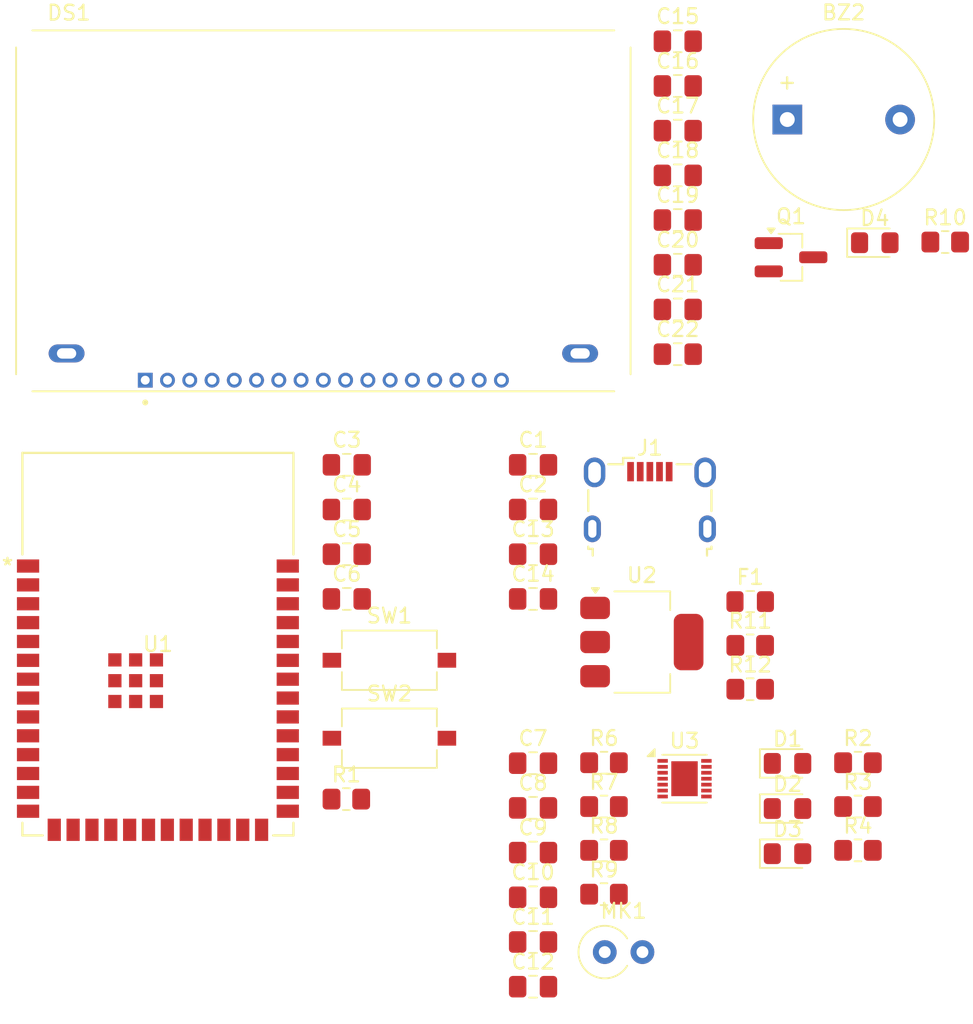
<source format=kicad_pcb>
(kicad_pcb (version 20241229) (generator "pcbnew") (generator_version "9.0")
  (layers (0 "F.Cu" signal) (2 "B.Cu" signal) (13 "F.Paste" user) (15 "B.Paste" user) (5 "F.SilkS" user "F.Silkscreen") (7 "B.SilkS" user "B.Silkscreen") (1 "F.Mask" user) (3 "B.Mask" user) (25 "Edge.Cuts" user))
  (net 0 "")
  (net 1 "+5V")
  (net 2 "Net-(BZ2--)")
  (net 3 "GND")
  (net 4 "/Audio Input Circuit/Vin")
  (net 5 "Net-(U1-EN)")
  (net 6 "Net-(U1-GPIO1{slash}TOUCH1{slash}ADC1_CH0)")
  (net 7 "+3.3V")
  (net 8 "Net-(U3-BIAS)")
  (net 9 "Net-(U3-MICIN)")
  (net 10 "Net-(MK1-+)")
  (net 11 "Net-(U3-CT)")
  (net 12 "Net-(U3-CG)")
  (net 13 "AUDIO")
  (net 14 "Net-(U3-MICOUT)")
  (net 15 "Net-(J1-D-)")
  (net 16 "Net-(J1-D+)")
  (net 17 "Net-(DS1-V0)")
  (net 18 "Net-(DS1-V1)")
  (net 19 "Net-(DS1-V2)")
  (net 20 "Net-(DS1-V3)")
  (net 21 "Net-(DS1-V4)")
  (net 22 "Net-(DS1-VOUT)")
  (net 23 "Net-(DS1-C1-)")
  (net 24 "Net-(DS1-C1+)")
  (net 25 "Net-(DS1-C2-)")
  (net 26 "Net-(DS1-C2+)")
  (net 27 "Net-(D1-A)")
  (net 28 "Net-(D2-A)")
  (net 29 "Net-(D3-A)")
  (net 30 "/Display Circuit/A0")
  (net 31 "/Display Circuit/SCL")
  (net 32 "/Display Circuit/SI")
  (net 33 "/Display Circuit/CS1")
  (net 34 "Net-(J1-VBUS)")
  (net 36 "Net-(Q1-B)")
  (net 37 "/LED Circuit/LED_RED")
  (net 38 "/LED Circuit/LED_YELLOW")
  (net 39 "/LED Circuit/LED_GREEN")
  (net 40 "Net-(U3-MICBIAS)")
  (net 41 "Net-(U3-TH)")
  (net 42 "/Buzzer Circuit/CTRL")
  (net 43 "D-")
  (net 44 "D+")
  (footprint "Connector_USB:USB_Micro-B_Wuerth_629105150521" (layer "F.Cu") (at 181.885 93.555)
    (property "Reference" "J1" (at 0 -3.5 0) (layer "F.SilkS"))
    (property "Value" "USB_B_Micro")
    (fp_line (start -4.15 -0.65) (end -4.15 0.75) (stroke (width 0.15)) (layer "F.SilkS"))
    (fp_line (start -4.15 3.15) (end -4.15 3.3) (stroke (width 0.15)) (layer "F.SilkS"))
    (fp_line (start -4.15 3.3) (end -3.85 3.3) (stroke (width 0.15)) (layer "F.SilkS"))
    (fp_line (start -3.85 3.3) (end -3.85 3.75) (stroke (width 0.15)) (layer "F.SilkS"))
    (fp_line (start -1.8 -2.825) (end -1.8 -2.4) (stroke (width 0.15)) (layer "F.SilkS"))
    (fp_line (start -1.8 -2.4) (end -2.8 -2.4) (stroke (width 0.15)) (layer "F.SilkS"))
    (fp_line (start -1.075 -2.825) (end -1.8 -2.825) (stroke (width 0.15)) (layer "F.SilkS"))
    (fp_line (start 1.8 -2.4) (end 2.8 -2.4) (stroke (width 0.15)) (layer "F.SilkS"))
    (fp_line (start 3.85 3.3) (end 4.15 3.3) (stroke (width 0.15)) (layer "F.SilkS"))
    (fp_line (start 3.85 3.75) (end 3.85 3.3) (stroke (width 0.15)) (layer "F.SilkS"))
    (fp_line (start 4.15 0.75) (end 4.15 -0.65) (stroke (width 0.15)) (layer "F.SilkS"))
    (fp_line (start 4.15 3.3) (end 4.15 3.15) (stroke (width 0.15)) (layer "F.SilkS"))
    (pad "" np_thru_hole oval (at -2.5 -0.8) (size 0.8 0.8) (drill 0.8) (layers "*.Cu" "*.Mask"))
    (pad "" np_thru_hole oval (at 2.5 -0.8) (size 0.8 0.8) (drill 0.8) (layers "*.Cu" "*.Mask"))
    (pad "1" smd rect (at -1.3 -1.9) (size 0.45 1.3) (layers "F.Cu" "F.Mask" "F.Paste") (net 34 "Net-(J1-VBUS)"))
    (pad "2" smd rect (at -0.65 -1.9) (size 0.45 1.3) (layers "F.Cu" "F.Mask" "F.Paste") (net 15 "Net-(J1-D-)"))
    (pad "3" smd rect (at 0 -1.9) (size 0.45 1.3) (layers "F.Cu" "F.Mask" "F.Paste") (net 16 "Net-(J1-D+)"))
    (pad "4" smd rect (at 0.65 -1.9) (size 0.45 1.3) (layers "F.Cu" "F.Mask" "F.Paste"))
    (pad "5" smd rect (at 1.3 -1.9) (size 0.45 1.3) (layers "F.Cu" "F.Mask" "F.Paste") (net 3 "GND"))
    (pad "6" thru_hole oval (at -3.875 1.95) (size 1.15 1.8) (drill oval 0.55 1.2) (property pad_prop_heatsink) (layers "*.Cu" "*.Mask") (net 3 "GND"))
    (pad "6" thru_hole oval (at -3.725 -1.85) (size 1.45 2) (drill oval 0.85 1.4) (property pad_prop_heatsink) (layers "*.Cu" "*.Mask") (net 3 "GND"))
    (pad "6" thru_hole oval (at 3.725 -1.85) (size 1.45 2) (drill oval 0.85 1.4) (property pad_prop_heatsink) (layers "*.Cu" "*.Mask") (net 3 "GND"))
    (pad "6" thru_hole oval (at 3.875 1.95) (size 1.15 1.8) (drill oval 0.55 1.2) (property pad_prop_heatsink) (layers "*.Cu" "*.Mask") (net 3 "GND"))
  )
  (footprint "Capacitor_SMD:C_0805_2012Metric_Pad1.18x1.45mm_HandSolder" (layer "F.Cu") (at 161.465 91.195)
    (property "Reference" "C3" (at 0 -1.68 0) (layer "F.SilkS"))
    (property "Value" ".1uF")
    (fp_line (start -0.261252 -0.735) (end 0.261252 -0.735) (stroke (width 0.12)) (layer "F.SilkS"))
    (fp_line (start -0.261252 0.735) (end 0.261252 0.735) (stroke (width 0.12)) (layer "F.SilkS"))
    (pad "1" smd roundrect (at -1.0375 0) (size 1.175 1.45) (layers "F.Cu" "F.Mask" "F.Paste") (roundrect_rratio 0.212766) (net 3 "GND"))
    (pad "2" smd roundrect (at 1.0375 0) (size 1.175 1.45) (layers "F.Cu" "F.Mask" "F.Paste") (roundrect_rratio 0.212766) (net 5 "Net-(U1-EN)"))
  )
  (footprint "Resistor_SMD:R_0805_2012Metric_Pad1.20x1.40mm_HandSolder" (layer "F.Cu") (at 195.905 117.155)
    (property "Reference" "R4" (at 0 -1.65 0) (layer "F.SilkS"))
    (property "Value" "330")
    (fp_line (start -0.227064 -0.735) (end 0.227064 -0.735) (stroke (width 0.12)) (layer "F.SilkS"))
    (fp_line (start -0.227064 0.735) (end 0.227064 0.735) (stroke (width 0.12)) (layer "F.SilkS"))
    (pad "1" smd roundrect (at -1 0) (size 1.2 1.4) (layers "F.Cu" "F.Mask" "F.Paste") (roundrect_rratio 0.208333) (net 39 "/LED Circuit/LED_GREEN"))
    (pad "2" smd roundrect (at 1 0) (size 1.2 1.4) (layers "F.Cu" "F.Mask" "F.Paste") (roundrect_rratio 0.208333) (net 29 "Net-(D3-A)"))
  )
  (footprint "Resistor_SMD:R_0805_2012Metric_Pad1.20x1.40mm_HandSolder" (layer "F.Cu") (at 188.645 103.355)
    (property "Reference" "R11" (at 0 -1.65 0) (layer "F.SilkS"))
    (property "Value" "33")
    (fp_line (start -0.227064 -0.735) (end 0.227064 -0.735) (stroke (width 0.12)) (layer "F.SilkS"))
    (fp_line (start -0.227064 0.735) (end 0.227064 0.735) (stroke (width 0.12)) (layer "F.SilkS"))
    (pad "1" smd roundrect (at -1 0) (size 1.2 1.4) (layers "F.Cu" "F.Mask" "F.Paste") (roundrect_rratio 0.208333) (net 15 "Net-(J1-D-)"))
    (pad "2" smd roundrect (at 1 0) (size 1.2 1.4) (layers "F.Cu" "F.Mask" "F.Paste") (roundrect_rratio 0.208333) (net 43 "D-"))
  )
  (footprint "Button_Switch_SMD:SW_Tactile_SPST_NO_Straight_CK_PTS636Sx25SMTRLFS" (layer "F.Cu") (at 164.335 104.355)
    (property "Reference" "SW1" (at 0 -3 0) (layer "F.SilkS"))
    (property "Value" "Reset")
    (fp_line (start -3.2 -2) (end -3.2 -0.8) (stroke (width 0.12)) (layer "F.SilkS"))
    (fp_line (start -3.2 0.8) (end -3.2 2) (stroke (width 0.12)) (layer "F.SilkS"))
    (fp_line (start -3.2 2) (end 3.2 2) (stroke (width 0.12)) (layer "F.SilkS"))
    (fp_line (start 3.2 -2) (end -3.2 -2) (stroke (width 0.12)) (layer "F.SilkS"))
    (fp_line (start 3.2 -0.8) (end 3.2 -2) (stroke (width 0.12)) (layer "F.SilkS"))
    (fp_line (start 3.2 2) (end 3.2 0.8) (stroke (width 0.12)) (layer "F.SilkS"))
    (pad "1" smd rect (at -3.875 0) (size 1.25 1) (layers "F.Cu" "F.Mask" "F.Paste") (net 3 "GND"))
    (pad "2" smd rect (at 3.875 0) (size 1.25 1) (layers "F.Cu" "F.Mask" "F.Paste") (net 5 "Net-(U1-EN)"))
  )
  (footprint "Capacitor_SMD:C_0805_2012Metric_Pad1.18x1.45mm_HandSolder" (layer "F.Cu") (at 161.465 100.225)
    (property "Reference" "C6" (at 0 -1.68 0) (layer "F.SilkS"))
    (property "Value" ".1uF")
    (fp_line (start -0.261252 -0.735) (end 0.261252 -0.735) (stroke (width 0.12)) (layer "F.SilkS"))
    (fp_line (start -0.261252 0.735) (end 0.261252 0.735) (stroke (width 0.12)) (layer "F.SilkS"))
    (pad "1" smd roundrect (at -1.0375 0) (size 1.175 1.45) (layers "F.Cu" "F.Mask" "F.Paste") (roundrect_rratio 0.212766) (net 3 "GND"))
    (pad "2" smd roundrect (at 1.0375 0) (size 1.175 1.45) (layers "F.Cu" "F.Mask" "F.Paste") (roundrect_rratio 0.212766) (net 7 "+3.3V"))
  )
  (footprint "Capacitor_SMD:C_0805_2012Metric_Pad1.18x1.45mm_HandSolder" (layer "F.Cu") (at 174.015 126.335)
    (property "Reference" "C12" (at 0 -1.68 0) (layer "F.SilkS"))
    (property "Value" "10uF")
    (fp_line (start -0.261252 -0.735) (end 0.261252 -0.735) (stroke (width 0.12)) (layer "F.SilkS"))
    (fp_line (start -0.261252 0.735) (end 0.261252 0.735) (stroke (width 0.12)) (layer "F.SilkS"))
    (pad "1" smd roundrect (at -1.0375 0) (size 1.175 1.45) (layers "F.Cu" "F.Mask" "F.Paste") (roundrect_rratio 0.212766) (net 14 "Net-(U3-MICOUT)"))
    (pad "2" smd roundrect (at 1.0375 0) (size 1.175 1.45) (layers "F.Cu" "F.Mask" "F.Paste") (roundrect_rratio 0.212766) (net 13 "AUDIO"))
  )
  (footprint "Capacitor_SMD:C_0805_2012Metric_Pad1.18x1.45mm_HandSolder" (layer "F.Cu") (at 183.765 83.745)
    (property "Reference" "C22" (at 0 -1.68 0) (layer "F.SilkS"))
    (property "Value" "2.2uF")
    (fp_line (start -0.261252 -0.735) (end 0.261252 -0.735) (stroke (width 0.12)) (layer "F.SilkS"))
    (fp_line (start -0.261252 0.735) (end 0.261252 0.735) (stroke (width 0.12)) (layer "F.SilkS"))
    (pad "1" smd roundrect (at -1.0375 0) (size 1.175 1.45) (layers "F.Cu" "F.Mask" "F.Paste") (roundrect_rratio 0.212766) (net 26 "Net-(DS1-C2+)"))
    (pad "2" smd roundrect (at 1.0375 0) (size 1.175 1.45) (layers "F.Cu" "F.Mask" "F.Paste") (roundrect_rratio 0.212766) (net 25 "Net-(DS1-C2-)"))
  )
  (footprint "Package_TO_SOT_SMD:SOT-223-3_TabPin2" (layer "F.Cu") (at 181.345 103.13)
    (property "Reference" "U2" (at 0 -4.5 0) (layer "F.SilkS"))
    (property "Value" "AMS1117-3.3")
    (fp_line (start -1.85 -3.41) (end 1.91 -3.41) (stroke (width 0.12)) (layer "F.SilkS"))
    (fp_line (start -1.85 3.41) (end 1.91 3.41) (stroke (width 0.12)) (layer "F.SilkS"))
    (fp_line (start 1.91 -3.41) (end 1.91 -2.15) (stroke (width 0.12)) (layer "F.SilkS"))
    (fp_line (start 1.91 3.41) (end 1.91 2.15) (stroke (width 0.12)) (layer "F.SilkS"))
    (fp_poly (pts (xy -3.13 -3.31) (xy -3.37 -3.64) (xy -2.89 -3.64) (xy -3.13 -3.31)) (stroke (width 0.12)) (fill yes) (layer "F.SilkS"))
    (pad "1" smd roundrect (at -3.15 -2.3) (size 2 1.5) (layers "F.Cu" "F.Mask" "F.Paste") (net 3 "GND"))
    (pad "2" smd roundrect (at -3.15 0) (size 2 1.5) (layers "F.Cu" "F.Mask" "F.Paste") (net 4 "/Audio Input Circuit/Vin"))
    (pad "2" smd roundrect (at 3.15 0) (size 2 3.8) (layers "F.Cu" "F.Mask" "F.Paste") (net 4 "/Audio Input Circuit/Vin"))
    (pad "3" smd roundrect (at -3.15 2.3) (size 2 1.5) (layers "F.Cu" "F.Mask" "F.Paste") (net 1 "+5V"))
  )
  (footprint "Resistor_SMD:R_0805_2012Metric_Pad1.20x1.40mm_HandSolder" (layer "F.Cu") (at 201.785 76.195)
    (property "Reference" "R10" (at 0 -1.65 0) (layer "F.SilkS"))
    (property "Value" "1k")
    (fp_line (start -0.227064 -0.735) (end 0.227064 -0.735) (stroke (width 0.12)) (layer "F.SilkS"))
    (fp_line (start -0.227064 0.735) (end 0.227064 0.735) (stroke (width 0.12)) (layer "F.SilkS"))
    (pad "1" smd roundrect (at -1 0) (size 1.2 1.4) (layers "F.Cu" "F.Mask" "F.Paste") (roundrect_rratio 0.208333) (net 42 "/Buzzer Circuit/CTRL"))
    (pad "2" smd roundrect (at 1 0) (size 1.2 1.4) (layers "F.Cu" "F.Mask" "F.Paste") (roundrect_rratio 0.208333) (net 36 "Net-(Q1-B)"))
  )
  (footprint "Library:MOD41_ESP32-S2-SOLO_EXP" (layer "F.Cu") (at 148.7395 103.271)
    (property "Reference" "U1" (at 0 0 0) (layer "F.SilkS"))
    (property "Value" "ESP32-S2-SOLO")
    (fp_line (start -9.1313 -12.8778) (end 9.1313 -12.8778) (stroke (width 0.1524)) (layer "F.SilkS"))
    (fp_line (start -9.1313 -6.03724) (end -9.1313 -12.8778) (stroke (width 0.1524)) (layer "F.SilkS"))
    (fp_line (start -9.1313 12.8778) (end -9.1313 12.02724) (stroke (width 0.1524)) (layer "F.SilkS"))
    (fp_line (start -7.76224 12.8778) (end -9.1313 12.8778) (stroke (width 0.1524)) (layer "F.SilkS"))
    (fp_line (start 9.1313 -12.8778) (end 9.1313 -6.03724) (stroke (width 0.1524)) (layer "F.SilkS"))
    (fp_line (start 9.1313 12.02724) (end 9.1313 12.8778) (stroke (width 0.1524)) (layer "F.SilkS"))
    (fp_line (start 9.1313 12.8778) (end 7.76224 12.8778) (stroke (width 0.1524)) (layer "F.SilkS"))
    (fp_text user "*" (at -10.1343 -5.26 0) (layer "F.SilkS"))
    (fp_text user "*" (at -10.1343 -5.26 0) (layer "F.SilkS"))
    (pad "1" smd rect (at -8.75 -5.26) (size 1.4986 0.889) (layers "F.Cu" "F.Mask" "F.Paste") (net 3 "GND"))
    (pad "2" smd rect (at -8.75 -3.99) (size 1.4986 0.889) (layers "F.Cu" "F.Mask" "F.Paste") (net 7 "+3.3V"))
    (pad "3" smd rect (at -8.75 -2.72) (size 1.4986 0.889) (layers "F.Cu" "F.Mask" "F.Paste") (net 5 "Net-(U1-EN)"))
    (pad "4" smd rect (at -8.75 -1.45) (size 1.4986 0.889) (layers "F.Cu" "F.Mask" "F.Paste") (net 39 "/LED Circuit/LED_GREEN"))
    (pad "5" smd rect (at -8.75 -0.18) (size 1.4986 0.889) (layers "F.Cu" "F.Mask" "F.Paste") (net 13 "AUDIO"))
    (pad "6" smd rect (at -8.75 1.09) (size 1.4986 0.889) (layers "F.Cu" "F.Mask" "F.Paste"))
    (pad "7" smd rect (at -8.75 2.36) (size 1.4986 0.889) (layers "F.Cu" "F.Mask" "F.Paste"))
    (pad "8" smd rect (at -8.75 3.63) (size 1.4986 0.889) (layers "F.Cu" "F.Mask" "F.Paste"))
    (pad "9" smd rect (at -8.75 4.9) (size 1.4986 0.889) (layers "F.Cu" "F.Mask" "F.Paste"))
    (pad "10" smd rect (at -8.75 6.17) (size 1.4986 0.889) (layers "F.Cu" "F.Mask" "F.Paste"))
    (pad "11" smd rect (at -8.75 7.44) (size 1.4986 0.889) (layers "F.Cu" "F.Mask" "F.Paste"))
    (pad "12" smd rect (at -8.75 8.71) (size 1.4986 0.889) (layers "F.Cu" "F.Mask" "F.Paste"))
    (pad "13" smd rect (at -8.75 9.98) (size 1.4986 0.889) (layers "F.Cu" "F.Mask" "F.Paste") (net 43 "D-"))
    (pad "14" smd rect (at -8.75 11.25) (size 1.4986 0.889) (layers "F.Cu" "F.Mask" "F.Paste") (net 44 "D+"))
    (pad "15" smd rect (at -6.985 12.5 90) (size 1.4986 0.889) (layers "F.Cu" "F.Mask" "F.Paste") (net 38 "/LED Circuit/LED_YELLOW"))
    (pad "16" smd rect (at -5.715 12.5 90) (size 1.4986 0.889) (layers "F.Cu" "F.Mask" "F.Paste"))
    (pad "17" smd rect (at -4.445 12.5 90) (size 1.4986 0.889) (layers "F.Cu" "F.Mask" "F.Paste"))
    (pad "18" smd rect (at -3.175 12.5 90) (size 1.4986 0.889) (layers "F.Cu" "F.Mask" "F.Paste"))
    (pad "19" smd rect (at -1.905 12.5 90) (size 1.4986 0.889) (layers "F.Cu" "F.Mask" "F.Paste"))
    (pad "20" smd rect (at -0.635 12.5 90) (size 1.4986 0.889) (layers "F.Cu" "F.Mask" "F.Paste"))
    (pad "21" smd rect (at 0.635 12.5 90) (size 1.4986 0.889) (layers "F.Cu" "F.Mask" "F.Paste") (net 42 "/Buzzer Circuit/CTRL"))
    (pad "22" smd rect (at 1.905 12.5 90) (size 1.4986 0.889) (layers "F.Cu" "F.Mask" "F.Paste"))
    (pad "23" smd rect (at 3.175 12.5 90) (size 1.4986 0.889) (layers "F.Cu" "F.Mask" "F.Paste"))
    (pad "24" smd rect (at 4.445 12.5 90) (size 1.4986 0.889) (layers "F.Cu" "F.Mask" "F.Paste") (net 30 "/Display Circuit/A0"))
    (pad "25" smd rect (at 5.715 12.5 90) (size 1.4986 0.889) (layers "F.Cu" "F.Mask" "F.Paste") (net 31 "/Display Circuit/SCL"))
    (pad "26" smd rect (at 6.985 12.5 90) (size 1.4986 0.889) (layers "F.Cu" "F.Mask" "F.Paste"))
    (pad "27" smd rect (at 8.75 11.25) (size 1.4986 0.889) (layers "F.Cu" "F.Mask" "F.Paste"))
    (pad "28" smd rect (at 8.75 9.98) (size 1.4986 0.889) (layers "F.Cu" "F.Mask" "F.Paste") (net 33 "/Display Circuit/CS1"))
    (pad "29" smd rect (at 8.75 8.71) (size 1.4986 0.889) (layers "F.Cu" "F.Mask" "F.Paste") (net 32 "/Display Circuit/SI"))
    (pad "30" smd rect (at 8.75 7.44) (size 1.4986 0.889) (layers "F.Cu" "F.Mask" "F.Paste"))
    (pad "31" smd rect (at 8.75 6.17) (size 1.4986 0.889) (layers "F.Cu" "F.Mask" "F.Paste"))
    (pad "32" smd rect (at 8.75 4.9) (size 1.4986 0.889) (layers "F.Cu" "F.Mask" "F.Paste"))
    (pad "33" smd rect (at 8.75 3.63) (size 1.4986 0.889) (layers "F.Cu" "F.Mask" "F.Paste"))
    (pad "34" smd rect (at 8.75 2.36) (size 1.4986 0.889) (layers "F.Cu" "F.Mask" "F.Paste"))
    (pad "35" smd rect (at 8.75 1.09) (size 1.4986 0.889) (layers "F.Cu" "F.Mask" "F.Paste"))
    (pad "36" smd rect (at 8.75 -0.18) (size 1.4986 0.889) (layers "F.Cu" "F.Mask" "F.Paste"))
    (pad "37" smd rect (at 8.75 -1.45) (size 1.4986 0.889) (layers "F.Cu" "F.Mask" "F.Paste"))
    (pad "38" smd rect (at 8.75 -2.72) (size 1.4986 0.889) (layers "F.Cu" "F.Mask" "F.Paste") (net 37 "/LED Circuit/LED_RED"))
    (pad "39" smd rect (at 8.75 -3.99) (size 1.4986 0.889) (layers "F.Cu" "F.Mask" "F.Paste") (net 6 "Net-(U1-GPIO1{slash}TOUCH1{slash}ADC1_CH0)"))
    (pad "40" smd rect (at 8.75 -5.26) (size 1.4986 0.889) (layers "F.Cu" "F.Mask" "F.Paste") (net 3 "GND"))
    (pad "41" smd rect (at -1.5 2.46) (size 0.889 0.889) (layers "F.Cu" "F.Mask" "F.Paste") (net 3 "GND"))
    (pad "42" smd rect (at -2.9 1.06) (size 0.889 0.889) (layers "F.Cu" "F.Mask" "F.Paste"))
    (pad "43" smd rect (at -2.9 2.46) (size 0.889 0.889) (layers "F.Cu" "F.Mask" "F.Paste"))
    (pad "44" smd rect (at -2.9 3.86) (size 0.889 0.889) (layers "F.Cu" "F.Mask" "F.Paste"))
    (pad "45" smd rect (at -1.5 3.86) (size 0.889 0.889) (layers "F.Cu" "F.Mask" "F.Paste"))
    (pad "46" smd rect (at -0.1 3.86) (size 0.889 0.889) (layers "F.Cu" "F.Mask" "F.Paste"))
    (pad "47" smd rect (at -0.1 2.46) (size 0.889 0.889) (layers "F.Cu" "F.Mask" "F.Paste"))
    (pad "48" smd rect (at -0.1 1.06) (size 0.889 0.889) (layers "F.Cu" "F.Mask" "F.Paste"))
    (pad "49" smd rect (at -1.5 1.06) (size 0.889 0.889) (layers "F.Cu" "F.Mask" "F.Paste"))
  )
  (footprint "Capacitor_SMD:C_0805_2012Metric_Pad1.18x1.45mm_HandSolder" (layer "F.Cu") (at 183.765 62.675)
    (property "Reference" "C15" (at 0 -1.68 0) (layer "F.SilkS"))
    (property "Value" "1uF")
    (fp_line (start -0.261252 -0.735) (end 0.261252 -0.735) (stroke (width 0.12)) (layer "F.SilkS"))
    (fp_line (start -0.261252 0.735) (end 0.261252 0.735) (stroke (width 0.12)) (layer "F.SilkS"))
    (pad "1" smd roundrect (at -1.0375 0) (size 1.175 1.45) (layers "F.Cu" "F.Mask" "F.Paste") (roundrect_rratio 0.212766) (net 17 "Net-(DS1-V0)"))
    (pad "2" smd roundrect (at 1.0375 0) (size 1.175 1.45) (layers "F.Cu" "F.Mask" "F.Paste") (roundrect_rratio 0.212766) (net 3 "GND"))
  )
  (footprint "Inductor_THT:L_Axial_L7.0mm_D3.3mm_P2.54mm_Vertical_Fastron_MICC" (layer "F.Cu") (at 178.845 124.005)
    (property "Reference" "MK1" (at 1.27 -2.77 0) (layer "F.SilkS"))
    (property "Value" "Microphone")
    (fp_arc (start 1.512118 0.92) (mid -1.77 0) (end 1.512118 -0.92) (stroke (width 0.12)) (layer "F.SilkS"))
    (pad "1" thru_hole circle (at 0 0) (size 1.6 1.6) (drill 0.8) (layers "*.Cu" "*.Mask") (net 3 "GND"))
    (pad "2" thru_hole oval (at 2.54 0) (size 1.6 1.6) (drill 0.8) (layers "*.Cu" "*.Mask") (net 10 "Net-(MK1-+)"))
  )
  (footprint "Capacitor_SMD:C_0805_2012Metric_Pad1.18x1.45mm_HandSolder" (layer "F.Cu") (at 174.015 120.315)
    (property "Reference" "C10" (at 0 -1.68 0) (layer "F.SilkS"))
    (property "Value" "470nF")
    (fp_line (start -0.261252 -0.735) (end 0.261252 -0.735) (stroke (width 0.12)) (layer "F.SilkS"))
    (fp_line (start -0.261252 0.735) (end 0.261252 0.735) (stroke (width 0.12)) (layer "F.SilkS"))
    (pad "1" smd roundrect (at -1.0375 0) (size 1.175 1.45) (layers "F.Cu" "F.Mask" "F.Paste") (roundrect_rratio 0.212766) (net 11 "Net-(U3-CT)"))
    (pad "2" smd roundrect (at 1.0375 0) (size 1.175 1.45) (layers "F.Cu" "F.Mask" "F.Paste") (roundrect_rratio 0.212766) (net 3 "GND"))
  )
  (footprint "Diode_SMD:D_0805_2012Metric_Pad1.15x1.40mm_HandSolder" (layer "F.Cu") (at 197.04 76.24)
    (property "Reference" "D4" (at 0 -1.65 0) (layer "F.SilkS"))
    (property "Value" "D")
    (fp_line (start -1.86 -0.96) (end -1.86 0.96) (stroke (width 0.12)) (layer "F.SilkS"))
    (fp_line (start -1.86 0.96) (end 1 0.96) (stroke (width 0.12)) (layer "F.SilkS"))
    (fp_line (start 1 -0.96) (end -1.86 -0.96) (stroke (width 0.12)) (layer "F.SilkS"))
    (pad "1" smd roundrect (at -1.025 0) (size 1.15 1.4) (layers "F.Cu" "F.Mask" "F.Paste") (roundrect_rratio 0.217391) (net 1 "+5V"))
    (pad "2" smd roundrect (at 1.025 0) (size 1.15 1.4) (layers "F.Cu" "F.Mask" "F.Paste") (roundrect_rratio 0.217391) (net 2 "Net-(BZ2--)"))
  )
  (footprint "Resistor_SMD:R_0805_2012Metric_Pad1.20x1.40mm_HandSolder" (layer "F.Cu") (at 195.905 114.205)
    (property "Reference" "R3" (at 0 -1.65 0) (layer "F.SilkS"))
    (property "Value" "330")
    (fp_line (start -0.227064 -0.735) (end 0.227064 -0.735) (stroke (width 0.12)) (layer "F.SilkS"))
    (fp_line (start -0.227064 0.735) (end 0.227064 0.735) (stroke (width 0.12)) (layer "F.SilkS"))
    (pad "1" smd roundrect (at -1 0) (size 1.2 1.4) (layers "F.Cu" "F.Mask" "F.Paste") (roundrect_rratio 0.208333) (net 38 "/LED Circuit/LED_YELLOW"))
    (pad "2" smd roundrect (at 1 0) (size 1.2 1.4) (layers "F.Cu" "F.Mask" "F.Paste") (roundrect_rratio 0.208333) (net 28 "Net-(D2-A)"))
  )
  (footprint "Resistor_SMD:R_0805_2012Metric_Pad1.20x1.40mm_HandSolder" (layer "F.Cu") (at 188.645 106.305)
    (property "Reference" "R12" (at 0 -1.65 0) (layer "F.SilkS"))
    (property "Value" "33")
    (fp_line (start -0.227064 -0.735) (end 0.227064 -0.735) (stroke (width 0.12)) (layer "F.SilkS"))
    (fp_line (start -0.227064 0.735) (end 0.227064 0.735) (stroke (width 0.12)) (layer "F.SilkS"))
    (pad "1" smd roundrect (at -1 0) (size 1.2 1.4) (layers "F.Cu" "F.Mask" "F.Paste") (roundrect_rratio 0.208333) (net 16 "Net-(J1-D+)"))
    (pad "2" smd roundrect (at 1 0) (size 1.2 1.4) (layers "F.Cu" "F.Mask" "F.Paste") (roundrect_rratio 0.208333) (net 44 "D+"))
  )
  (footprint "Capacitor_SMD:C_0805_2012Metric_Pad1.18x1.45mm_HandSolder" (layer "F.Cu") (at 183.765 68.695)
    (property "Reference" "C17" (at 0 -1.68 0) (layer "F.SilkS"))
    (property "Value" "1uF")
    (fp_line (start -0.261252 -0.735) (end 0.261252 -0.735) (stroke (width 0.12)) (layer "F.SilkS"))
    (fp_line (start -0.261252 0.735) (end 0.261252 0.735) (stroke (width 0.12)) (layer "F.SilkS"))
    (pad "1" smd roundrect (at -1.0375 0) (size 1.175 1.45) (layers "F.Cu" "F.Mask" "F.Paste") (roundrect_rratio 0.212766) (net 19 "Net-(DS1-V2)"))
    (pad "2" smd roundrect (at 1.0375 0) (size 1.175 1.45) (layers "F.Cu" "F.Mask" "F.Paste") (roundrect_rratio 0.212766) (net 3 "GND"))
  )
  (footprint "Capacitor_SMD:C_0805_2012Metric_Pad1.18x1.45mm_HandSolder" (layer "F.Cu") (at 174.015 114.295)
    (property "Reference" "C8" (at 0 -1.68 0) (layer "F.SilkS"))
    (property "Value" ".47uF")
    (fp_line (start -0.261252 -0.735) (end 0.261252 -0.735) (stroke (width 0.12)) (layer "F.SilkS"))
    (fp_line (start -0.261252 0.735) (end 0.261252 0.735) (stroke (width 0.12)) (layer "F.SilkS"))
    (pad "1" smd roundrect (at -1.0375 0) (size 1.175 1.45) (layers "F.Cu" "F.Mask" "F.Paste") (roundrect_rratio 0.212766) (net 3 "GND"))
    (pad "2" smd roundrect (at 1.0375 0) (size 1.175 1.45) (layers "F.Cu" "F.Mask" "F.Paste") (roundrect_rratio 0.212766) (net 8 "Net-(U3-BIAS)"))
  )
  (footprint "LED_SMD:LED_0805_2012Metric_Pad1.15x1.40mm_HandSolder" (layer "F.Cu") (at 191.16 114.34)
    (property "Reference" "D2" (at 0 -1.65 0) (layer "F.SilkS"))
    (property "Value" "LED")
    (fp_line (start -1.86 -0.96) (end -1.86 0.96) (stroke (width 0.12)) (layer "F.SilkS"))
    (fp_line (start -1.86 0.96) (end 1 0.96) (stroke (width 0.12)) (layer "F.SilkS"))
    (fp_line (start 1 -0.96) (end -1.86 -0.96) (stroke (width 0.12)) (layer "F.SilkS"))
    (pad "1" smd roundrect (at -1.025 0) (size 1.15 1.4) (layers "F.Cu" "F.Mask" "F.Paste") (roundrect_rratio 0.217391) (net 3 "GND"))
    (pad "2" smd roundrect (at 1.025 0) (size 1.15 1.4) (layers "F.Cu" "F.Mask" "F.Paste") (roundrect_rratio 0.217391) (net 28 "Net-(D2-A)"))
  )
  (footprint "Package_TO_SOT_SMD:SOT-23_Handsoldering" (layer "F.Cu") (at 191.395 77.22)
    (property "Reference" "Q1" (at 0 -2.75 0) (layer "F.SilkS"))
    (property "Value" "BC549CTA")
    (fp_line (start -0.04 -1.58) (end -0.84 -1.58) (stroke (width 0.12)) (layer "F.SilkS"))
    (fp_line (start -0.04 -1.58) (end 0.76 -1.58) (stroke (width 0.12)) (layer "F.SilkS"))
    (fp_line (start 0.76 -1.58) (end 0.76 -0.65) (stroke (width 0.12)) (layer "F.SilkS"))
    (fp_line (start 0.76 1.58) (end -0.7 1.58) (stroke (width 0.12)) (layer "F.SilkS"))
    (fp_line (start 0.76 1.58) (end 0.76 0.65) (stroke (width 0.12)) (layer "F.SilkS"))
    (fp_poly (pts (xy -1.34 -1.61) (xy -1.58 -1.94) (xy -1.1 -1.94) (xy -1.34 -1.61)) (stroke (width 0.12)) (fill yes) (layer "F.SilkS"))
    (pad "1" smd roundrect (at -1.5 -0.95) (size 1.9 0.8) (layers "F.Cu" "F.Mask" "F.Paste") (net 3 "GND"))
    (pad "2" smd roundrect (at -1.5 0.95) (size 1.9 0.8) (layers "F.Cu" "F.Mask" "F.Paste") (net 36 "Net-(Q1-B)"))
    (pad "3" smd roundrect (at 1.5 0) (size 1.9 0.8) (layers "F.Cu" "F.Mask" "F.Paste") (net 2 "Net-(BZ2--)"))
  )
  (footprint "Capacitor_SMD:C_0805_2012Metric_Pad1.18x1.45mm_HandSolder" (layer "F.Cu") (at 174.015 123.325)
    (property "Reference" "C11" (at 0 -1.68 0) (layer "F.SilkS"))
    (property "Value" "2.2uF")
    (fp_line (start -0.261252 -0.735) (end 0.261252 -0.735) (stroke (width 0.12)) (layer "F.SilkS"))
    (fp_line (start -0.261252 0.735) (end 0.261252 0.735) (stroke (width 0.12)) (layer "F.SilkS"))
    (pad "1" smd roundrect (at -1.0375 0) (size 1.175 1.45) (layers "F.Cu" "F.Mask" "F.Paste") (roundrect_rratio 0.212766) (net 3 "GND"))
    (pad "2" smd roundrect (at 1.0375 0) (size 1.175 1.45) (layers "F.Cu" "F.Mask" "F.Paste") (roundrect_rratio 0.212766) (net 12 "Net-(U3-CG)"))
  )
  (footprint "Resistor_SMD:R_0805_2012Metric_Pad1.20x1.40mm_HandSolder" (layer "F.Cu") (at 178.795 114.205)
    (property "Reference" "R7" (at 0 -1.65 0) (layer "F.SilkS"))
    (property "Value" "150k")
    (fp_line (start -0.227064 -0.735) (end 0.227064 -0.735) (stroke (width 0.12)) (layer "F.SilkS"))
    (fp_line (start -0.227064 0.735) (end 0.227064 0.735) (stroke (width 0.12)) (layer "F.SilkS"))
    (pad "1" smd roundrect (at -1 0) (size 1.2 1.4) (layers "F.Cu" "F.Mask" "F.Paste") (roundrect_rratio 0.208333) (net 40 "Net-(U3-MICBIAS)"))
    (pad "2" smd roundrect (at 1 0) (size 1.2 1.4) (layers "F.Cu" "F.Mask" "F.Paste") (roundrect_rratio 0.208333) (net 41 "Net-(U3-TH)"))
  )
  (footprint "Resistor_SMD:R_0805_2012Metric_Pad1.20x1.40mm_HandSolder" (layer "F.Cu") (at 161.435 113.705)
    (property "Reference" "R1" (at 0 -1.65 0) (layer "F.SilkS"))
    (property "Value" "10k")
    (fp_line (start -0.227064 -0.735) (end 0.227064 -0.735) (stroke (width 0.12)) (layer "F.SilkS"))
    (fp_line (start -0.227064 0.735) (end 0.227064 0.735) (stroke (width 0.12)) (layer "F.SilkS"))
    (pad "1" smd roundrect (at -1 0) (size 1.2 1.4) (layers "F.Cu" "F.Mask" "F.Paste") (roundrect_rratio 0.208333) (net 7 "+3.3V"))
    (pad "2" smd roundrect (at 1 0) (size 1.2 1.4) (layers "F.Cu" "F.Mask" "F.Paste") (roundrect_rratio 0.208333) (net 5 "Net-(U1-EN)"))
  )
  (footprint "Capacitor_SMD:C_0805_2012Metric_Pad1.18x1.45mm_HandSolder" (layer "F.Cu") (at 174.015 117.305)
    (property "Reference" "C9" (at 0 -1.68 0) (layer "F.SilkS"))
    (property "Value" ".1uF")
    (fp_line (start -0.261252 -0.735) (end 0.261252 -0.735) (stroke (width 0.12)) (layer "F.SilkS"))
    (fp_line (start -0.261252 0.735) (end 0.261252 0.735) (stroke (width 0.12)) (layer "F.SilkS"))
    (pad "1" smd roundrect (at -1.0375 0) (size 1.175 1.45) (layers "F.Cu" "F.Mask" "F.Paste") (roundrect_rratio 0.212766) (net 9 "Net-(U3-MICIN)"))
    (pad "2" smd roundrect (at 1.0375 0) (size 1.175 1.45) (layers "F.Cu" "F.Mask" "F.Paste") (roundrect_rratio 0.212766) (net 10 "Net-(MK1-+)"))
  )
  (footprint "Button_Switch_SMD:SW_Tactile_SPST_NO_Straight_CK_PTS636Sx25SMTRLFS" (layer "F.Cu") (at 164.335 109.605)
    (property "Reference" "SW2" (at 0 -3 0) (layer "F.SilkS"))
    (property "Value" "Boot")
    (fp_line (start -3.2 -2) (end -3.2 -0.8) (stroke (width 0.12)) (layer "F.SilkS"))
    (fp_line (start -3.2 0.8) (end -3.2 2) (stroke (width 0.12)) (layer "F.SilkS"))
    (fp_line (start -3.2 2) (end 3.2 2) (stroke (width 0.12)) (layer "F.SilkS"))
    (fp_line (start 3.2 -2) (end -3.2 -2) (stroke (width 0.12)) (layer "F.SilkS"))
    (fp_line (start 3.2 -0.8) (end 3.2 -2) (stroke (width 0.12)) (layer "F.SilkS"))
    (fp_line (start 3.2 2) (end 3.2 0.8) (stroke (width 0.12)) (layer "F.SilkS"))
    (pad "1" smd rect (at -3.875 0) (size 1.25 1) (layers "F.Cu" "F.Mask" "F.Paste") (net 6 "Net-(U1-GPIO1{slash}TOUCH1{slash}ADC1_CH0)"))
    (pad "2" smd rect (at 3.875 0) (size 1.25 1) (layers "F.Cu" "F.Mask" "F.Paste") (net 3 "GND"))
  )
  (footprint "Resistor_SMD:R_0805_2012Metric_Pad1.20x1.40mm_HandSolder" (layer "F.Cu") (at 178.795 117.155)
    (property "Reference" "R8" (at 0 -1.65 0) (layer "F.SilkS"))
    (property "Value" "100k")
    (fp_line (start -0.227064 -0.735) (end 0.227064 -0.735) (stroke (width 0.12)) (layer "F.SilkS"))
    (fp_line (start -0.227064 0.735) (end 0.227064 0.735) (stroke (width 0.12)) (layer "F.SilkS"))
    (pad "1" smd roundrect (at -1 0) (size 1.2 1.4) (layers "F.Cu" "F.Mask" "F.Paste") (roundrect_rratio 0.208333) (net 41 "Net-(U3-TH)"))
    (pad "2" smd roundrect (at 1 0) (size 1.2 1.4) (layers "F.Cu" "F.Mask" "F.Paste") (roundrect_rratio 0.208333) (net 3 "GND"))
  )
  (footprint "Package_DFN_QFN:DFN-14-1EP_3x3mm_P0.4mm_EP1.78x2.35mm" (layer "F.Cu") (at 184.22 112.33)
    (property "Reference" "U3" (at 0 -2.55 0) (layer "F.SilkS"))
    (property "Value" "MAX9814")
    (fp_line (start -1.5 -1.61) (end 1.5 -1.61) (stroke (width 0.12)) (layer "F.SilkS"))
    (fp_line (start -1.5 1.61) (end 1.5 1.61) (stroke (width 0.12)) (layer "F.SilkS"))
    (fp_poly (pts (xy -2.01 -1.51) (xy -2.49 -1.51) (xy -2.01 -1.99) (xy -2.01 -1.51)) (stroke (width 0.12)) (fill yes) (layer "F.SilkS"))
    (pad "1" smd rect (at -1.475 -1.2) (size 0.7 0.25) (layers "F.Cu" "F.Mask" "F.Paste") (net 11 "Net-(U3-CT)"))
    (pad "2" smd rect (at -1.475 -0.8) (size 0.7 0.25) (layers "F.Cu" "F.Mask" "F.Paste") (net 4 "/Audio Input Circuit/Vin"))
    (pad "3" smd rect (at -1.475 -0.4) (size 0.7 0.25) (layers "F.Cu" "F.Mask" "F.Paste") (net 12 "Net-(U3-CG)"))
    (pad "4" smd rect (at -1.475 0) (size 0.7 0.25) (layers "F.Cu" "F.Mask" "F.Paste") (net 3 "GND"))
    (pad "5" smd rect (at -1.475 0.4) (size 0.7 0.25) (layers "F.Cu" "F.Mask" "F.Paste") (net 4 "/Audio Input Circuit/Vin"))
    (pad "6" smd rect (at -1.475 0.8) (size 0.7 0.25) (layers "F.Cu" "F.Mask" "F.Paste") (net 14 "Net-(U3-MICOUT)"))
    (pad "7" smd rect (at -1.475 1.2) (size 0.7 0.25) (layers "F.Cu" "F.Mask" "F.Paste") (net 3 "GND"))
    (pad "8" smd rect (at 1.475 1.2) (size 0.7 0.25) (layers "F.Cu" "F.Mask" "F.Paste") (net 9 "Net-(U3-MICIN)"))
    (pad "9" smd rect (at 1.475 0.8) (size 0.7 0.25) (layers "F.Cu" "F.Mask" "F.Paste") (net 3 "GND"))
    (pad "10" smd rect (at 1.475 0.4) (size 0.7 0.25) (layers "F.Cu" "F.Mask" "F.Paste") (net 4 "/Audio Input Circuit/Vin"))
    (pad "11" smd rect (at 1.475 0) (size 0.7 0.25) (layers "F.Cu" "F.Mask" "F.Paste") (net 3 "GND"))
    (pad "12" smd rect (at 1.475 -0.4) (size 0.7 0.25) (layers "F.Cu" "F.Mask" "F.Paste") (net 8 "Net-(U3-BIAS)"))
    (pad "13" smd rect (at 1.475 -0.8) (size 0.7 0.25) (layers "F.Cu" "F.Mask" "F.Paste") (net 40 "Net-(U3-MICBIAS)"))
    (pad "14" smd rect (at 1.475 -1.2) (size 0.7 0.25) (layers "F.Cu" "F.Mask" "F.Paste") (net 41 "Net-(U3-TH)"))
    (pad "15" smd rect (at 0 0) (size 1.78 2.35) (layers "F.Cu" "F.Mask") (net 3 "GND"))
  )
  (footprint "Resistor_SMD:R_0805_2012Metric_Pad1.20x1.40mm_HandSolder" (layer "F.Cu") (at 195.905 111.255)
    (property "Reference" "R2" (at 0 -1.65 0) (layer "F.SilkS"))
    (property "Value" "330")
    (fp_line (start -0.227064 -0.735) (end 0.227064 -0.735) (stroke (width 0.12)) (layer "F.SilkS"))
    (fp_line (start -0.227064 0.735) (end 0.227064 0.735) (stroke (width 0.12)) (layer "F.SilkS"))
    (pad "1" smd roundrect (at -1 0) (size 1.2 1.4) (layers "F.Cu" "F.Mask" "F.Paste") (roundrect_rratio 0.208333) (net 37 "/LED Circuit/LED_RED"))
    (pad "2" smd roundrect (at 1 0) (size 1.2 1.4) (layers "F.Cu" "F.Mask" "F.Paste") (roundrect_rratio 0.208333) (net 27 "Net-(D1-A)"))
  )
  (footprint "LED_SMD:LED_0805_2012Metric_Pad1.15x1.40mm_HandSolder" (layer "F.Cu") (at 191.16 117.38)
    (property "Reference" "D3" (at 0 -1.65 0) (layer "F.SilkS"))
    (property "Value" "LED")
    (fp_line (start -1.86 -0.96) (end -1.86 0.96) (stroke (width 0.12)) (layer "F.SilkS"))
    (fp_line (start -1.86 0.96) (end 1 0.96) (stroke (width 0.12)) (layer "F.SilkS"))
    (fp_line (start 1 -0.96) (end -1.86 -0.96) (stroke (width 0.12)) (layer "F.SilkS"))
    (pad "1" smd roundrect (at -1.025 0) (size 1.15 1.4) (layers "F.Cu" "F.Mask" "F.Paste") (roundrect_rratio 0.217391) (net 3 "GND"))
    (pad "2" smd roundrect (at 1.025 0) (size 1.15 1.4) (layers "F.Cu" "F.Mask" "F.Paste") (roundrect_rratio 0.217391) (net 29 "Net-(D3-A)"))
  )
  (footprint "Resistor_SMD:R_0805_2012Metric_Pad1.20x1.40mm_HandSolder" (layer "F.Cu") (at 178.795 111.255)
    (property "Reference" "R6" (at 0 -1.65 0) (layer "F.SilkS"))
    (property "Value" "2.21k")
    (fp_line (start -0.227064 -0.735) (end 0.227064 -0.735) (stroke (width 0.12)) (layer "F.SilkS"))
    (fp_line (start -0.227064 0.735) (end 0.227064 0.735) (stroke (width 0.12)) (layer "F.SilkS"))
    (pad "1" smd roundrect (at -1 0) (size 1.2 1.4) (layers "F.Cu" "F.Mask" "F.Paste") (roundrect_rratio 0.208333) (net 40 "Net-(U3-MICBIAS)"))
    (pad "2" smd roundrect (at 1 0) (size 1.2 1.4) (layers "F.Cu" "F.Mask" "F.Paste") (roundrect_rratio 0.208333) (net 10 "Net-(MK1-+)"))
  )
  (footprint "Capacitor_SMD:C_0805_2012Metric_Pad1.18x1.45mm_HandSolder" (layer "F.Cu") (at 183.765 74.715)
    (property "Reference" "C19" (at 0 -1.68 0) (layer "F.SilkS"))
    (property "Value" "1uF")
    (fp_line (start -0.261252 -0.735) (end 0.261252 -0.735) (stroke (width 0.12)) (layer "F.SilkS"))
    (fp_line (start -0.261252 0.735) (end 0.261252 0.735) (stroke (width 0.12)) (layer "F.SilkS"))
    (pad "1" smd roundrect (at -1.0375 0) (size 1.175 1.45) (layers "F.Cu" "F.Mask" "F.Paste") (roundrect_rratio 0.212766) (net 21 "Net-(DS1-V4)"))
    (pad "2" smd roundrect (at 1.0375 0) (size 1.175 1.45) (layers "F.Cu" "F.Mask" "F.Paste") (roundrect_rratio 0.212766) (net 3 "GND"))
  )
  (footprint "Buzzer_Beeper:Buzzer_12x9.5RM7.6" (layer "F.Cu") (at 191.145 67.945)
    (property "Reference" "BZ2" (at 3.8 -7.2 0) (layer "F.SilkS"))
    (property "Value" "Buzzer")
    (fp_circle (center 3.8 0) (end 9.9 0) (stroke (width 0.12)) (fill no) (layer "F.SilkS"))
    (fp_text user "+" (at -0.01 -2.54 0) (layer "F.SilkS"))
    (pad "1" thru_hole rect (at 0 0) (size 2 2) (drill 1) (layers "*.Cu" "*.Mask") (net 1 "+5V"))
    (pad "2" thru_hole circle (at 7.6 0) (size 2 2) (drill 1) (layers "*.Cu" "*.Mask") (net 2 "Net-(BZ2--)"))
  )
  (footprint "Capacitor_SMD:C_0805_2012Metric_Pad1.18x1.45mm_HandSolder" (layer "F.Cu") (at 174.015 100.225)
    (property "Reference" "C14" (at 0 -1.68 0) (layer "F.SilkS"))
    (property "Value" "47pF")
    (fp_line (start -0.261252 -0.735) (end 0.261252 -0.735) (stroke (width 0.12)) (layer "F.SilkS"))
    (fp_line (start -0.261252 0.735) (end 0.261252 0.735) (stroke (width 0.12)) (layer "F.SilkS"))
    (pad "1" smd roundrect (at -1.0375 0) (size 1.175 1.45) (layers "F.Cu" "F.Mask" "F.Paste") (roundrect_rratio 0.212766) (net 16 "Net-(J1-D+)"))
    (pad "2" smd roundrect (at 1.0375 0) (size 1.175 1.45) (layers "F.Cu" "F.Mask" "F.Paste") (roundrect_rratio 0.212766) (net 3 "GND"))
  )
  (footprint "Capacitor_SMD:C_0805_2012Metric_Pad1.18x1.45mm_HandSolder" (layer "F.Cu") (at 174.015 111.285)
    (property "Reference" "C7" (at 0 -1.68 0) (layer "F.SilkS"))
    (property "Value" "1uF")
    (fp_line (start -0.261252 -0.735) (end 0.261252 -0.735) (stroke (width 0.12)) (layer "F.SilkS"))
    (fp_line (start -0.261252 0.735) (end 0.261252 0.735) (stroke (width 0.12)) (layer "F.SilkS"))
    (pad "1" smd roundrect (at -1.0375 0) (size 1.175 1.45) (layers "F.Cu" "F.Mask" "F.Paste") (roundrect_rratio 0.212766) (net 3 "GND"))
    (pad "2" smd roundrect (at 1.0375 0) (size 1.175 1.45) (layers "F.Cu" "F.Mask" "F.Paste") (roundrect_rratio 0.212766) (net 4 "/Audio Input Circuit/Vin"))
  )
  (footprint "LED_SMD:LED_0805_2012Metric_Pad1.15x1.40mm_HandSolder" (layer "F.Cu") (at 191.16 111.3)
    (property "Reference" "D1" (at 0 -1.65 0) (layer "F.SilkS"))
    (property "Value" "LED")
    (fp_line (start -1.86 -0.96) (end -1.86 0.96) (stroke (width 0.12)) (layer "F.SilkS"))
    (fp_line (start -1.86 0.96) (end 1 0.96) (stroke (width 0.12)) (layer "F.SilkS"))
    (fp_line (start 1 -0.96) (end -1.86 -0.96) (stroke (width 0.12)) (layer "F.SilkS"))
    (pad "1" smd roundrect (at -1.025 0) (size 1.15 1.4) (layers "F.Cu" "F.Mask" "F.Paste") (roundrect_rratio 0.217391) (net 3 "GND"))
    (pad "2" smd roundrect (at 1.025 0) (size 1.15 1.4) (layers "F.Cu" "F.Mask" "F.Paste") (roundrect_rratio 0.217391) (net 27 "Net-(D1-A)"))
  )
  (footprint "Capacitor_SMD:C_0805_2012Metric_Pad1.18x1.45mm_HandSolder" (layer "F.Cu") (at 161.465 94.205)
    (property "Reference" "C4" (at 0 -1.68 0) (layer "F.SilkS"))
    (property "Value" ".1uF")
    (fp_line (start -0.261252 -0.735) (end 0.261252 -0.735) (stroke (width 0.12)) (layer "F.SilkS"))
    (fp_line (start -0.261252 0.735) (end 0.261252 0.735) (stroke (width 0.12)) (layer "F.SilkS"))
    (pad "1" smd roundrect (at -1.0375 0) (size 1.175 1.45) (layers "F.Cu" "F.Mask" "F.Paste") (roundrect_rratio 0.212766) (net 6 "Net-(U1-GPIO1{slash}TOUCH1{slash}ADC1_CH0)"))
    (pad "2" smd roundrect (at 1.0375 0) (size 1.175 1.45) (layers "F.Cu" "F.Mask" "F.Paste") (roundrect_rratio 0.212766) (net 3 "GND"))
  )
  (footprint "Resistor_SMD:R_0805_2012Metric_Pad1.20x1.40mm_HandSolder" (layer "F.Cu") (at 178.795 120.105)
    (property "Reference" "R9" (at 0 -1.65 0) (layer "F.SilkS"))
    (property "Value" "1M")
    (fp_line (start -0.227064 -0.735) (end 0.227064 -0.735) (stroke (width 0.12)) (layer "F.SilkS"))
    (fp_line (start -0.227064 0.735) (end 0.227064 0.735) (stroke (width 0.12)) (layer "F.SilkS"))
    (pad "1" smd roundrect (at -1 0) (size 1.2 1.4) (layers "F.Cu" "F.Mask" "F.Paste") (roundrect_rratio 0.208333) (net 3 "GND"))
    (pad "2" smd roundrect (at 1 0) (size 1.2 1.4) (layers "F.Cu" "F.Mask" "F.Paste") (roundrect_rratio 0.208333) (net 13 "AUDIO"))
  )
  (footprint "Capacitor_SMD:C_0805_2012Metric_Pad1.18x1.45mm_HandSolder" (layer "F.Cu") (at 174.015 97.215)
    (property "Reference" "C13" (at 0 -1.68 0) (layer "F.SilkS"))
    (property "Value" "47pF")
    (fp_line (start -0.261252 -0.735) (end 0.261252 -0.735) (stroke (width 0.12)) (layer "F.SilkS"))
    (fp_line (start -0.261252 0.735) (end 0.261252 0.735) (stroke (width 0.12)) (layer "F.SilkS"))
    (pad "1" smd roundrect (at -1.0375 0) (size 1.175 1.45) (layers "F.Cu" "F.Mask" "F.Paste") (roundrect_rratio 0.212766) (net 3 "GND"))
    (pad "2" smd roundrect (at 1.0375 0) (size 1.175 1.45) (layers "F.Cu" "F.Mask" "F.Paste") (roundrect_rratio 0.212766) (net 15 "Net-(J1-D-)"))
  )
  (footprint "Capacitor_SMD:C_0805_2012Metric_Pad1.18x1.45mm_HandSolder" (layer "F.Cu") (at 183.765 71.705)
    (property "Reference" "C18" (at 0 -1.68 0) (layer "F.SilkS"))
    (property "Value" "1uF")
    (fp_line (start -0.261252 -0.735) (end 0.261252 -0.735) (stroke (width 0.12)) (layer "F.SilkS"))
    (fp_line (start -0.261252 0.735) (end 0.261252 0.735) (stroke (width 0.12)) (layer "F.SilkS"))
    (pad "1" smd roundrect (at -1.0375 0) (size 1.175 1.45) (layers "F.Cu" "F.Mask" "F.Paste") (roundrect_rratio 0.212766) (net 20 "Net-(DS1-V3)"))
    (pad "2" smd roundrect (at 1.0375 0) (size 1.175 1.45) (layers "F.Cu" "F.Mask" "F.Paste") (roundrect_rratio 0.212766) (net 3 "GND"))
  )
  (footprint "Fuse:Fuse_0805_2012Metric_Pad1.15x1.40mm_HandSolder" (layer "F.Cu") (at 188.645 100.405)
    (property "Reference" "F1" (at 0 -1.65 0) (layer "F.SilkS"))
    (property "Value" "Polyfuse")
    (fp_line (start -0.261252 -0.71) (end 0.261252 -0.71) (stroke (width 0.12)) (layer "F.SilkS"))
    (fp_line (start -0.261252 0.71) (end 0.261252 0.71) (stroke (width 0.12)) (layer "F.SilkS"))
    (pad "1" smd roundrect (at -1.025 0) (size 1.15 1.4) (layers "F.Cu" "F.Mask" "F.Paste") (roundrect_rratio 0.217391) (net 34 "Net-(J1-VBUS)"))
    (pad "2" smd roundrect (at 1.025 0) (size 1.15 1.4) (layers "F.Cu" "F.Mask" "F.Paste") (roundrect_rratio 0.217391) (net 1 "+5V"))
  )
  (footprint "Capacitor_SMD:C_0805_2012Metric_Pad1.18x1.45mm_HandSolder" (layer "F.Cu") (at 183.765 80.735)
    (property "Reference" "C21" (at 0 -1.68 0) (layer "F.SilkS"))
    (property "Value" "2.2uF")
    (fp_line (start -0.261252 -0.735) (end 0.261252 -0.735) (stroke (width 0.12)) (layer "F.SilkS"))
    (fp_line (start -0.261252 0.735) (end 0.261252 0.735) (stroke (width 0.12)) (layer "F.SilkS"))
    (pad "1" smd roundrect (at -1.0375 0) (size 1.175 1.45) (layers "F.Cu" "F.Mask" "F.Paste") (roundrect_rratio 0.212766) (net 24 "Net-(DS1-C1+)"))
    (pad "2" smd roundrect (at 1.0375 0) (size 1.175 1.45) (layers "F.Cu" "F.Mask" "F.Paste") (roundrect_rratio 0.212766) (net 23 "Net-(DS1-C1-)"))
  )
  (footprint "LCD_NUD-C12832A1Z:LCD_NHD-C12832A1Z-FSW-FBW-3V3" (layer "F.Cu") (at 159.885 74.095)
    (property "Reference" "DS1" (at -17.145 -13.335 0) (layer "F.SilkS"))
    (property "Value" "NHD-C12832A1Z-FSW-FBW-3V3")
    (fp_line (start -20.7 11) (end -20.7 -11) (stroke (width 0.127)) (layer "F.SilkS"))
    (fp_line (start -19.6 -12.15) (end 19.6 -12.15) (stroke (width 0.127)) (layer "F.SilkS"))
    (fp_line (start 19.6 12.15) (end -19.6 12.15) (stroke (width 0.127)) (layer "F.SilkS"))
    (fp_line (start 20.7 -11) (end 20.7 11) (stroke (width 0.127)) (layer "F.SilkS"))
    (fp_circle (center -12 12.9) (end -11.9 12.9) (stroke (width 0.2)) (fill no) (layer "F.SilkS"))
    (pad "" np_thru_hole circle (at -20.1 -11.55) (size 0.8 0.8) (drill 0.8) (layers "*.Cu" "*.Mask"))
    (pad "" np_thru_hole circle (at -20.1 11.55) (size 0.8 0.8) (drill 0.8) (layers "*.Cu" "*.Mask"))
    (pad "" np_thru_hole circle (at 20.1 -11.55) (size 0.8 0.8) (drill 0.8) (layers "*.Cu" "*.Mask"))
    (pad "" np_thru_hole circle (at 20.1 11.55) (size 0.8 0.8) (drill 0.8) (layers "*.Cu" "*.Mask"))
    (pad "1" thru_hole rect (at -12 11.4) (size 1 1) (drill 0.6) (layers "*.Cu" "*.Mask") (net 17 "Net-(DS1-V0)"))
    (pad "2" thru_hole circle (at -10.5 11.4) (size 1 1) (drill 0.6) (layers "*.Cu" "*.Mask") (net 18 "Net-(DS1-V1)"))
    (pad "3" thru_hole circle (at -9 11.4) (size 1 1) (drill 0.6) (layers "*.Cu" "*.Mask") (net 19 "Net-(DS1-V2)"))
    (pad "4" thru_hole circle (at -7.5 11.4) (size 1 1) (drill 0.6) (layers "*.Cu" "*.Mask") (net 20 "Net-(DS1-V3)"))
    (pad "5" thru_hole circle (at -6 11.4) (size 1 1) (drill 0.6) (layers "*.Cu" "*.Mask") (net 21 "Net-(DS1-V4)"))
    (pad "6" thru_hole circle (at -4.5 11.4) (size 1 1) (drill 0.6) (layers "*.Cu" "*.Mask") (net 25 "Net-(DS1-C2-)"))
    (pad "7" thru_hole circle (at -3 11.4) (size 1 1) (drill 0.6) (layers "*.Cu" "*.Mask") (net 26 "Net-(DS1-C2+)"))
    (pad "8" thru_hole circle (at -1.5 11.4) (size 1 1) (drill 0.6) (layers "*.Cu" "*.Mask") (net 24 "Net-(DS1-C1+)"))
    (pad "9" thru_hole circle (at 0 11.4) (size 1 1) (drill 0.6) (layers "*.Cu" "*.Mask") (net 23 "Net-(DS1-C1-)"))
    (pad "10" thru_hole circle (at 1.5 11.4) (size 1 1) (drill 0.6) (layers "*.Cu" "*.Mask") (net 22 "Net-(DS1-VOUT)"))
    (pad "11" thru_hole circle (at 3 11.4) (size 1 1) (drill 0.6) (layers "*.Cu" "*.Mask") (net 3 "GND"))
    (pad "12" thru_hole circle (at 4.5 11.4) (size 1 1) (drill 0.6) (layers "*.Cu" "*.Mask") (net 7 "+3.3V"))
    (pad "13" thru_hole circle (at 6 11.4) (size 1 1) (drill 0.6) (layers "*.Cu" "*.Mask") (net 32 "/Display Circuit/SI"))
    (pad "14" thru_hole circle (at 7.5 11.4) (size 1 1) (drill 0.6) (layers "*.Cu" "*.Mask") (net 31 "/Display Circuit/SCL"))
    (pad "15" thru_hole circle (at 9 11.4) (size 1 1) (drill 0.6) (layers "*.Cu" "*.Mask") (net 30 "/Display Circuit/A0"))
    (pad "16" thru_hole circle (at 10.5 11.4) (size 1 1) (drill 0.6) (layers "*.Cu" "*.Mask") (net 3 "GND"))
    (pad "17" thru_hole circle (at 12 11.4) (size 1 1) (drill 0.6) (layers "*.Cu" "*.Mask") (net 33 "/Display Circuit/CS1"))
    (pad "A" thru_hole oval (at -17.3 9.6) (size 2.416 1.208) (drill oval 1.3 0.7) (layers "*.Cu" "*.Mask") (net 7 "+3.3V"))
    (pad "K" thru_hole oval (at 17.3 9.6) (size 2.416 1.208) (drill oval 1.3 0.7) (layers "*.Cu" "*.Mask") (net 3 "GND"))
  )
  (footprint "Capacitor_SMD:C_0805_2012Metric_Pad1.18x1.45mm_HandSolder" (layer "F.Cu") (at 174.015 94.205)
    (property "Reference" "C2" (at 0 -1.68 0) (layer "F.SilkS"))
    (property "Value" "22uF")
    (fp_line (start -0.261252 -0.735) (end 0.261252 -0.735) (stroke (width 0.12)) (layer "F.SilkS"))
    (fp_line (start -0.261252 0.735) (end 0.261252 0.735) (stroke (width 0.12)) (layer "F.SilkS"))
    (pad "1" smd roundrect (at -1.0375 0) (size 1.175 1.45) (layers "F.Cu" "F.Mask" "F.Paste") (roundrect_rratio 0.212766) (net 4 "/Audio Input Circuit/Vin"))
    (pad "2" smd roundrect (at 1.0375 0) (size 1.175 1.45) (layers "F.Cu" "F.Mask" "F.Paste") (roundrect_rratio 0.212766) (net 3 "GND"))
  )
  (footprint "Capacitor_SMD:C_0805_2012Metric_Pad1.18x1.45mm_HandSolder" (layer "F.Cu") (at 174.015 91.195)
    (property "Reference" "C1" (at 0 -1.68 0) (layer "F.SilkS"))
    (property "Value" "10uF")
    (fp_line (start -0.261252 -0.735) (end 0.261252 -0.735) (stroke (width 0.12)) (layer "F.SilkS"))
    (fp_line (start -0.261252 0.735) (end 0.261252 0.735) (stroke (width 0.12)) (layer "F.SilkS"))
    (pad "1" smd roundrect (at -1.0375 0) (size 1.175 1.45) (layers "F.Cu" "F.Mask" "F.Paste") (roundrect_rratio 0.212766) (net 1 "+5V"))
    (pad "2" smd roundrect (at 1.0375 0) (size 1.175 1.45) (layers "F.Cu" "F.Mask" "F.Paste") (roundrect_rratio 0.212766) (net 3 "GND"))
  )
  (footprint "Capacitor_SMD:C_0805_2012Metric_Pad1.18x1.45mm_HandSolder" (layer "F.Cu") (at 161.465 97.215)
    (property "Reference" "C5" (at 0 -1.68 0) (layer "F.SilkS"))
    (property "Value" "1uF")
    (fp_line (start -0.261252 -0.735) (end 0.261252 -0.735) (stroke (width 0.12)) (layer "F.SilkS"))
    (fp_line (start -0.261252 0.735) (end 0.261252 0.735) (stroke (width 0.12)) (layer "F.SilkS"))
    (pad "1" smd roundrect (at -1.0375 0) (size 1.175 1.45) (layers "F.Cu" "F.Mask" "F.Paste") (roundrect_rratio 0.212766) (net 3 "GND"))
    (pad "2" smd roundrect (at 1.0375 0) (size 1.175 1.45) (layers "F.Cu" "F.Mask" "F.Paste") (roundrect_rratio 0.212766) (net 7 "+3.3V"))
  )
  (footprint "Capacitor_SMD:C_0805_2012Metric_Pad1.18x1.45mm_HandSolder" (layer "F.Cu") (at 183.765 65.685)
    (property "Reference" "C16" (at 0 -1.68 0) (layer "F.SilkS"))
    (property "Value" "1uF")
    (fp_line (start -0.261252 -0.735) (end 0.261252 -0.735) (stroke (width 0.12)) (layer "F.SilkS"))
    (fp_line (start -0.261252 0.735) (end 0.261252 0.735) (stroke (width 0.12)) (layer "F.SilkS"))
    (pad "1" smd roundrect (at -1.0375 0) (size 1.175 1.45) (layers "F.Cu" "F.Mask" "F.Paste") (roundrect_rratio 0.212766) (net 18 "Net-(DS1-V1)"))
    (pad "2" smd roundrect (at 1.0375 0) (size 1.175 1.45) (layers "F.Cu" "F.Mask" "F.Paste") (roundrect_rratio 0.212766) (net 3 "GND"))
  )
  (footprint "Capacitor_SMD:C_0805_2012Metric_Pad1.18x1.45mm_HandSolder" (layer "F.Cu") (at 183.765 77.725)
    (property "Reference" "C20" (at 0 -1.68 0) (layer "F.SilkS"))
    (property "Value" "2.2uF")
    (fp_line (start -0.261252 -0.735) (end 0.261252 -0.735) (stroke (width 0.12)) (layer "F.SilkS"))
    (fp_line (start -0.261252 0.735) (end 0.261252 0.735) (stroke (width 0.12)) (layer "F.SilkS"))
    (pad "1" smd roundrect (at -1.0375 0) (size 1.175 1.45) (layers "F.Cu" "F.Mask" "F.Paste") (roundrect_rratio 0.212766) (net 3 "GND"))
    (pad "2" smd roundrect (at 1.0375 0) (size 1.175 1.45) (layers "F.Cu" "F.Mask" "F.Paste") (roundrect_rratio 0.212766) (net 22 "Net-(DS1-VOUT)"))
  )
)
</source>
